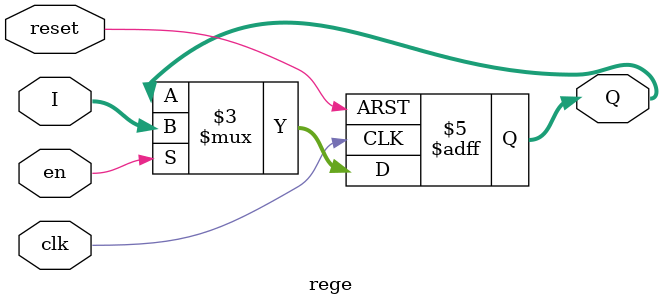
<source format=sv>
`timescale 1ns / 1ps


module rege #( parameter n = 8) (
        input [n-1: 0] I,
        input clk,
        input en,
        input reset,
        output logic [n - 1: 0] Q
    );
    
    always @(posedge clk, negedge reset)
    if (~reset) 
        Q = 0;
     else if (en) 
        begin
            Q <= I;
         end
endmodule

</source>
